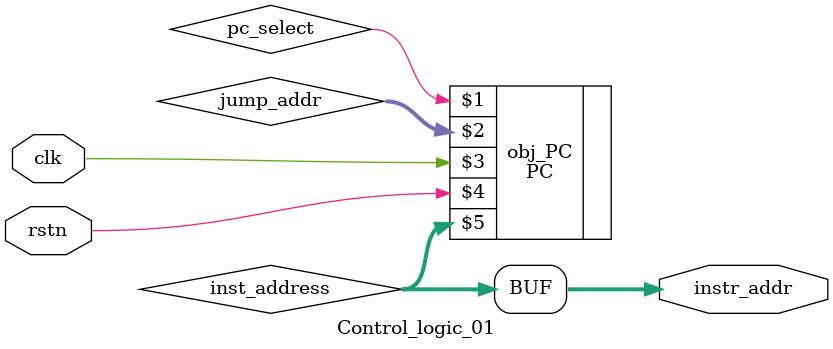
<source format=v>
module Control_logic_01(clk, rstn, instr_addr);
  input clk, rstn;
  output [7:0] instr_addr;

  wire  pc_select;
  wire [7:0] jump_addr;
  wire [7:0] inst_address;

  PC obj_PC(pc_select, jump_addr, clk, rstn, inst_address);
  assign instr_addr = inst_address;
endmodule

</source>
